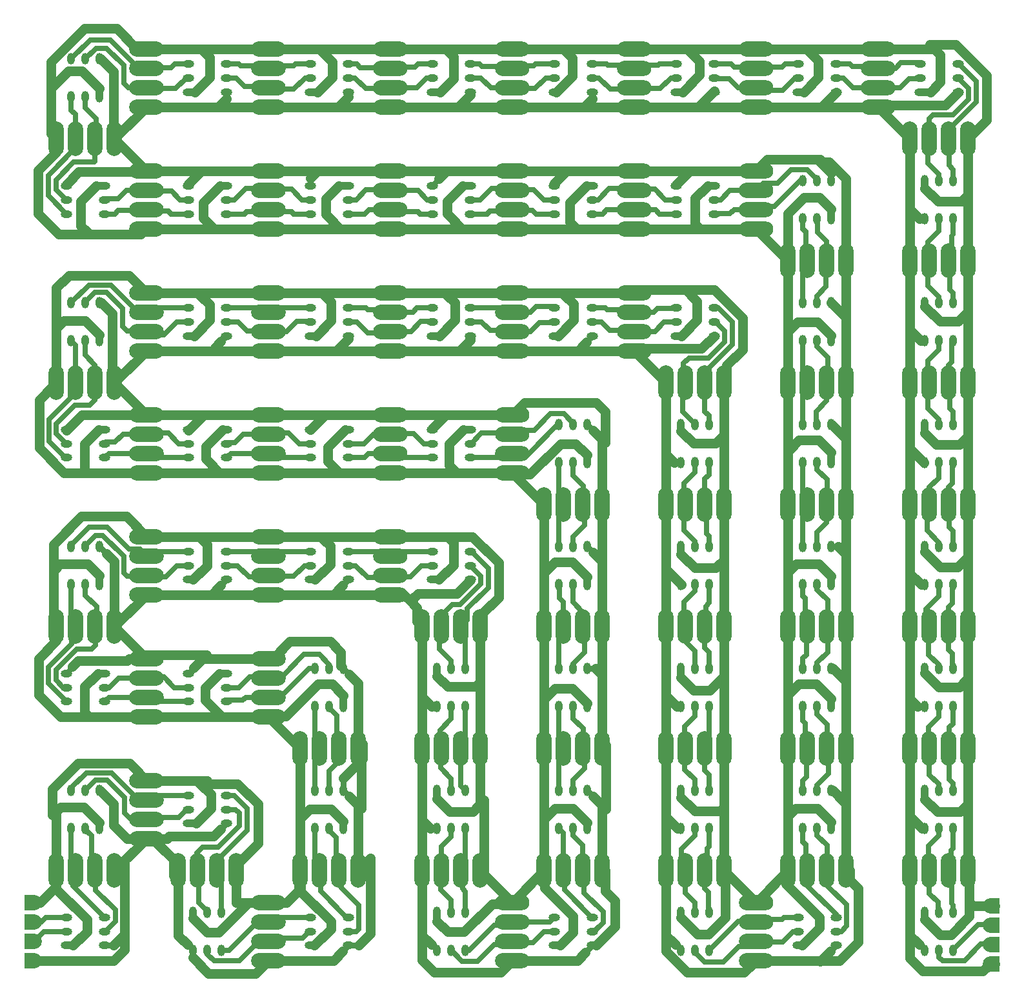
<source format=gtl>
G04 DipTrace 2.4.0.2*
%IN64xAPA102Cx16mm.gtl*%
%MOMM*%
%ADD13C,1.27*%
%ADD14C,1.0*%
%ADD15C,1.25*%
%ADD16C,0.711*%
%ADD17C,0.8*%
%ADD20O,1.5X1.0*%
%ADD22O,1.0X1.5*%
%ADD23O,2.0X4.5*%
%ADD24C,2.0*%
%ADD25O,4.5X2.0*%
%ADD26R,1.25X2.0*%
%FSLAX53Y53*%
G04*
G71*
G90*
G75*
G01*
%LNTop*%
%LPD*%
X14190Y26000D2*
D13*
Y33773D1*
X13669Y33253D1*
Y36647D1*
X17040Y40017D1*
X23793D1*
X26000Y37810D1*
X37810Y26000D2*
Y26711D1*
X40681Y29582D1*
Y34686D1*
X37979Y37388D1*
X33987D1*
Y37810D1*
X32656D1*
X26000D1*
X37810Y26000D2*
Y21810D1*
X39416D1*
X42000D1*
X44403D1*
X45972Y23379D1*
Y26000D1*
X46190D1*
Y32806D1*
Y42000D1*
X42000Y46190D2*
X46190Y42000D1*
X26000Y46190D2*
X35920D1*
X42000D1*
X14190Y58000D2*
Y56106D1*
X11900Y53817D1*
Y49016D1*
X14779Y46138D1*
X18501D1*
X26000D1*
Y46190D1*
X14190Y58000D2*
X13788Y57598D1*
Y65281D1*
Y68760D1*
X17483Y72455D1*
X23355D1*
X26000Y69810D1*
X32955D1*
X42000D1*
X58000D2*
X48897D1*
X42000D1*
X58000D2*
X65540D1*
X68780D1*
X72225Y66365D1*
Y61860D1*
X70150Y59784D1*
Y58000D1*
X69810D1*
Y50701D1*
Y42000D1*
Y34691D1*
X70328Y35209D1*
Y25482D1*
X69810Y26000D1*
X74000Y21810D2*
X69810Y26000D1*
X74000Y21810D2*
X78190Y26000D1*
Y42000D2*
Y32721D1*
Y26000D1*
Y42000D2*
Y48412D1*
Y58000D1*
Y65070D1*
Y74000D1*
X74000Y78190D1*
X66731D1*
X58000D1*
X51303D1*
X42000D1*
X35614D1*
X26000D1*
X18080D1*
X15208D1*
X11954Y81444D1*
Y87764D1*
X14190Y90000D1*
Y97138D1*
Y102450D1*
X15847Y104108D1*
X23702D1*
X26000Y101810D1*
X32748D1*
X42000D1*
X49034D1*
X58000D1*
X65170D1*
X74000D1*
X80570D1*
X90000D1*
Y102166D1*
X96795D1*
X100532D1*
X104236Y98462D1*
Y94357D1*
X102168Y92288D1*
Y90000D1*
X101810D1*
Y83174D1*
Y74000D1*
Y66757D1*
Y58000D1*
Y51467D1*
Y42000D1*
Y34272D1*
Y26000D1*
X106000Y21810D1*
X110190Y26000D1*
Y33137D1*
Y42000D1*
Y49023D1*
Y58000D1*
X133810Y26000D2*
Y34714D1*
Y42000D1*
Y51215D1*
Y58000D1*
X110190D2*
Y65134D1*
Y74000D1*
Y80978D1*
Y90000D1*
Y96706D1*
Y106000D1*
X133810Y58000D2*
Y67118D1*
Y74000D1*
Y82948D1*
Y90000D1*
Y99309D1*
Y106000D1*
Y114670D1*
Y122000D1*
X110190Y106000D2*
X106000Y110190D1*
X122000Y133810D2*
X129381D1*
X128826Y134365D1*
X132185D1*
X136248Y130302D1*
Y124438D1*
X133810Y122000D1*
X122000Y133810D2*
X112603D1*
X106000D1*
X96988D1*
X90000D1*
X80694D1*
X74000D1*
X65285D1*
X58000D1*
Y110190D2*
X67458D1*
X74000D1*
X82482D1*
X90000D1*
X98636D1*
X106000D1*
X58000D2*
X51449D1*
X42000D1*
X34924D1*
X26000D1*
X58000Y133810D2*
X48702D1*
X42000D1*
X33207D1*
X26000D1*
X24768D1*
X22098Y136480D1*
X17887D1*
X13480Y132073D1*
Y128590D1*
Y122710D1*
X14190Y122000D1*
Y120275D1*
X11765Y117850D1*
Y112215D1*
X14521Y109459D1*
X18564D1*
X25269D1*
X26000Y110190D1*
X27250Y69810D2*
X26000D1*
X15500Y16150D2*
D14*
X16398D1*
D13*
X18192Y17944D1*
Y19555D1*
X14190Y23557D1*
Y23918D1*
Y26000D1*
X19850Y31500D2*
D14*
Y32246D1*
D13*
X17788Y34308D1*
X14725D1*
X14190Y33773D1*
X31500Y32150D2*
D14*
X32507D1*
D13*
X34459Y34102D1*
Y36007D1*
X32656Y37810D1*
X32150Y20500D2*
D14*
Y19742D1*
D13*
X34014Y17877D1*
X35483D1*
X39416Y21810D1*
X47500Y16150D2*
D14*
X48018D1*
D13*
X50200Y18332D1*
Y19332D1*
X46290Y23242D1*
Y25900D1*
X46190Y26000D1*
X51850Y31500D2*
D14*
Y32408D1*
D13*
X50236Y34023D1*
X47407D1*
X46190Y32806D1*
X51850Y47500D2*
D14*
Y48991D1*
D13*
X50400Y50442D1*
X48543D1*
X44310Y46208D1*
X42018D1*
X36500Y51850D2*
D14*
X35626D1*
D13*
X33758Y49982D1*
Y48352D1*
X35920Y46190D1*
X20500Y51850D2*
D14*
X19629D1*
D13*
X17884Y50106D1*
Y46754D1*
X18501Y46138D1*
X19850Y63500D2*
D14*
Y64708D1*
D13*
X18355Y66203D1*
X14709D1*
X13788Y65281D1*
X31500Y64150D2*
D14*
X32153D1*
D13*
X33987Y65985D1*
Y68778D1*
X32955Y69810D1*
X47500Y64150D2*
D14*
X48108D1*
D13*
X50118Y66160D1*
Y68589D1*
X48897Y69810D1*
X63500Y64150D2*
D14*
X64366D1*
D13*
X66308Y66092D1*
Y69042D1*
X65540Y69810D1*
X64150Y52500D2*
D14*
Y51518D1*
D13*
X65563Y50105D1*
X69214D1*
X69810Y50701D1*
X64150Y36500D2*
D14*
Y35418D1*
D13*
X65852Y33716D1*
X68834D1*
X69810Y34691D1*
X64150Y20500D2*
D14*
Y19350D1*
D13*
X65561Y17939D1*
X67715D1*
X71382Y21607D1*
X73797D1*
X74000Y21810D1*
X79500Y16150D2*
D14*
X80293D1*
D13*
X82021Y17878D1*
Y19964D1*
X78257Y23728D1*
Y25933D1*
X78190Y26000D1*
X83850Y31500D2*
D14*
Y32275D1*
D13*
X81970Y34155D1*
X79624D1*
X78190Y32721D1*
X83850Y47500D2*
D14*
Y47949D1*
D13*
X81926Y49873D1*
X79651D1*
X78190Y48412D1*
X83850Y63500D2*
D14*
Y64526D1*
D13*
X81926Y66451D1*
X79571D1*
X78190Y65070D1*
X83850Y79500D2*
D14*
Y80494D1*
D13*
X82343Y82001D1*
X80388D1*
X76340Y77953D1*
X74237D1*
X74000Y78190D1*
X68500Y83850D2*
D14*
X67582D1*
D13*
X65733Y82001D1*
Y79188D1*
X66731Y78190D1*
X52500Y83850D2*
D14*
X52126D1*
D13*
X49807Y81531D1*
Y79687D1*
X51303Y78190D1*
X36500Y83850D2*
D14*
X35998D1*
D13*
X33813Y81665D1*
Y79990D1*
X35614Y78190D1*
X20500Y83850D2*
D14*
X19756D1*
D13*
X17853Y81947D1*
Y78416D1*
X18080Y78190D1*
X19850Y95500D2*
D14*
Y96276D1*
D13*
X17959Y98167D1*
X15219D1*
X14190Y97138D1*
X31500Y96150D2*
D14*
X32268D1*
D13*
X34340Y98222D1*
Y100219D1*
X32748Y101810D1*
X47500Y96150D2*
D14*
X48246D1*
D13*
X50223Y98127D1*
Y100621D1*
X49034Y101810D1*
X63500Y96150D2*
D14*
X64428D1*
D13*
X66470Y98193D1*
Y100510D1*
X65170Y101810D1*
X79500Y96150D2*
D14*
X80030D1*
D13*
X82072Y98193D1*
Y100308D1*
X80570Y101810D1*
X95500Y96150D2*
D14*
X96235D1*
D13*
X98278Y98193D1*
Y100684D1*
X96795Y102166D1*
X96150Y84500D2*
D14*
Y83698D1*
D13*
X97829Y82019D1*
X100655D1*
X101810Y83174D1*
X96150Y68500D2*
D14*
Y67482D1*
D13*
X97957Y65675D1*
X100728D1*
X101810Y66757D1*
X96150Y52500D2*
D14*
Y51283D1*
D13*
X97836Y49597D1*
X99940D1*
X101810Y51467D1*
X96150Y36500D2*
D14*
Y35612D1*
D13*
X97953Y33809D1*
X101347D1*
X101810Y34272D1*
X96150Y20500D2*
D14*
Y19856D1*
D13*
X98364Y17642D1*
X99734D1*
X101926Y19834D1*
Y25884D1*
X101810Y26000D1*
X111500Y16150D2*
D14*
X112011D1*
D13*
X114325Y18464D1*
Y19834D1*
X109941Y24218D1*
Y26000D1*
X110190D1*
X115850Y31500D2*
D14*
Y32352D1*
D13*
X114051Y34151D1*
X111204D1*
X110190Y33137D1*
X115850Y47500D2*
D14*
Y48519D1*
D13*
X113914Y50455D1*
X111622D1*
X110190Y49023D1*
X128150Y36500D2*
D14*
Y35328D1*
D13*
X129807Y33672D1*
X132768D1*
X133810Y34714D1*
X128150Y20500D2*
D14*
Y19573D1*
D13*
X130149Y17574D1*
X131588D1*
X133985Y19971D1*
Y21896D1*
Y25825D1*
X133810Y26000D1*
X128150Y52500D2*
D14*
Y51894D1*
D13*
X129980Y50064D1*
X132659D1*
X133810Y51215D1*
X128150Y68500D2*
D14*
Y67792D1*
D13*
X130171Y65771D1*
X132464D1*
X133810Y67118D1*
X128150Y84500D2*
D14*
Y83372D1*
D13*
X129660Y81862D1*
X132724D1*
X133810Y82948D1*
X115850Y79500D2*
D14*
Y80859D1*
D13*
X114272Y82436D1*
X111648D1*
X110190Y80978D1*
X115850Y63500D2*
D14*
Y64577D1*
D13*
X114209Y66218D1*
X111274D1*
X110190Y65134D1*
X128150Y100500D2*
D14*
Y100036D1*
D13*
X130172Y98014D1*
X132514D1*
X133810Y99309D1*
X128150Y116500D2*
D14*
Y115526D1*
D13*
X129868Y113808D1*
X132948D1*
X133810Y114670D1*
X127500Y128150D2*
D14*
X128872D1*
D13*
X130172Y129450D1*
Y133019D1*
X129381Y133810D1*
X115850Y111500D2*
D14*
Y112758D1*
D13*
X114286Y114322D1*
X112333D1*
X110218Y112207D1*
Y106028D1*
X110190Y106000D1*
X115850Y95500D2*
D14*
Y96208D1*
D13*
X114113Y97945D1*
X111429D1*
X110190Y96706D1*
X100500Y115850D2*
D14*
X99637D1*
D13*
X98020Y114232D1*
Y110807D1*
X98636Y110190D1*
X111500Y128150D2*
D14*
X112312D1*
D13*
X114183Y130021D1*
Y132231D1*
X112603Y133810D1*
X95500Y128150D2*
D14*
X96386D1*
D13*
X98617Y130381D1*
Y132181D1*
X96988Y133810D1*
X84500Y115850D2*
D14*
X83755D1*
D13*
X81544Y113640D1*
Y111128D1*
X82482Y110190D1*
X68500Y115850D2*
D14*
X67511D1*
D13*
X65466Y113805D1*
Y112181D1*
X67458Y110190D1*
X79500Y128150D2*
D14*
X79811D1*
D13*
X81876Y130215D1*
Y132628D1*
X80694Y133810D1*
X63500Y128150D2*
D14*
X64562D1*
D13*
X66295Y129883D1*
Y132800D1*
X65285Y133810D1*
X47500Y128150D2*
D14*
X48484D1*
D13*
X50383Y130049D1*
Y132129D1*
X48702Y133810D1*
X31500Y128150D2*
D14*
X32406D1*
D13*
X34305Y130049D1*
Y132712D1*
X33207Y133810D1*
X19850Y127500D2*
D14*
Y128592D1*
D13*
X17564Y130878D1*
X15768D1*
X13480Y128590D1*
X20500Y115850D2*
D14*
X19443D1*
D13*
X17398Y113805D1*
Y110624D1*
X18564Y109459D1*
X36500Y115850D2*
D14*
X35687D1*
D13*
X33476Y113640D1*
Y111638D1*
X34924Y110190D1*
X52500Y115850D2*
D14*
X51267D1*
D13*
X49554Y114137D1*
Y112084D1*
X51449Y110190D1*
X11250Y21810D2*
X12082D1*
X14190Y23918D1*
X11250Y21810D2*
D15*
X10625D1*
X136727Y21385D2*
D13*
X134496D1*
X133985Y21896D1*
X136727Y21385D2*
D15*
X137352D1*
X20500Y19850D2*
D16*
X16400Y23950D1*
Y26000D1*
X16730D1*
X16150Y31500D2*
Y26580D1*
X16730Y26000D1*
X20500Y18000D2*
X20622D1*
X21914Y19292D1*
Y20801D1*
X19346Y23369D1*
Y26076D1*
X19270Y26000D1*
X18000Y31500D2*
Y31377D1*
X18838Y30539D1*
Y26432D1*
X19270Y26000D1*
X137352Y18845D2*
X136727D1*
X131850Y15500D2*
Y15574D1*
X135126Y18850D1*
X136722D1*
X136727Y18845D1*
X137352Y16305D2*
X136727D1*
X130000Y15500D2*
Y14615D1*
X130479Y14136D1*
X133341D1*
X135530Y16324D1*
X136708D1*
X136727Y16305D1*
X16150Y36500D2*
Y36830D1*
X18104Y38784D1*
X21452D1*
X24970Y35267D1*
Y35856D1*
X27182D1*
X27768Y35270D1*
X26000D1*
X31500Y35850D2*
X26580D1*
X26000Y35270D1*
X18000Y36500D2*
X19334Y37834D1*
X20861D1*
X23138Y35557D1*
Y33577D1*
X23985Y32730D1*
X26000D1*
X31500Y34000D2*
X31294D1*
X30264Y32970D1*
X26240D1*
X26000Y32730D1*
X36500Y35850D2*
X37550D1*
X39258Y34142D1*
Y31259D1*
X35326Y27326D1*
Y25944D1*
X35270Y26000D1*
X35850Y20500D2*
Y25420D1*
X35270Y26000D1*
X36500Y34000D2*
X37727D1*
X38171Y33556D1*
Y31859D1*
X35377Y29066D1*
X33418D1*
X32649Y28296D1*
Y25919D1*
X32730Y26000D1*
X34000Y20500D2*
Y20655D1*
X32911Y21744D1*
Y25819D1*
X32730Y26000D1*
X35850Y15500D2*
X36834D1*
X40645Y19310D1*
X42040D1*
X42000Y19270D1*
X47500Y19850D2*
X42580D1*
X42000Y19270D1*
X34000Y15500D2*
Y15002D1*
X34877Y14124D1*
X38197D1*
X40513Y16441D1*
X41711D1*
X42000Y16730D1*
X47500Y18000D2*
X47330D1*
X46481Y17151D1*
X42421D1*
X42000Y16730D1*
X52500Y19850D2*
X52301D1*
X48875Y23276D1*
Y25855D1*
X48730Y26000D1*
X48150Y31500D2*
Y26580D1*
X48730Y26000D1*
X52500Y18000D2*
X53566D1*
X53887Y18320D1*
Y21390D1*
X51548Y23729D1*
Y25722D1*
X51270Y26000D1*
X50000Y31500D2*
Y31260D1*
X50929Y30331D1*
Y26341D1*
X51270Y26000D1*
X48150Y36500D2*
Y41420D1*
X48730Y42000D1*
X48150Y47500D2*
Y42580D1*
X48730Y42000D1*
X50000Y36500D2*
Y39076D1*
X51409Y40485D1*
Y42139D1*
X51270Y42000D1*
X50000Y47500D2*
Y47324D1*
X51005Y46319D1*
Y42265D1*
X51270Y42000D1*
X48150Y52500D2*
X47349D1*
X43661Y48812D1*
X42082D1*
X42000Y48730D1*
X39048D1*
X38665Y48347D1*
X36697D1*
X36500Y48150D1*
X50000Y52500D2*
Y53051D1*
X48714Y54337D1*
X46682D1*
X43785Y51439D1*
X41831D1*
X42000Y51270D1*
X36500Y50000D2*
X38142D1*
X39543Y51401D1*
X42131D1*
X42000Y51270D1*
X15500Y48150D2*
Y48174D1*
X13148Y50525D1*
Y52678D1*
X16161Y55690D1*
Y57431D1*
X16730Y58000D1*
X16150Y63500D2*
Y58580D1*
X16730Y58000D1*
X15500Y50000D2*
X15119D1*
X14140Y50978D1*
Y52338D1*
X16845Y55043D1*
X18823D1*
X19317Y55538D1*
Y58047D1*
X19270Y58000D1*
X18000Y63500D2*
Y62088D1*
X19484Y60604D1*
Y57786D1*
X19270Y58000D1*
X31500Y112150D2*
X29263D1*
X28892Y112521D1*
X25791D1*
X26000Y112730D1*
X20500Y112150D2*
X21835D1*
X22288Y112603D1*
X26127D1*
X26000Y112730D1*
X31500Y114000D2*
X30429D1*
X29299Y115130D1*
X26140D1*
X26000Y115270D1*
X23406D1*
X22288Y114152D1*
X20652D1*
X20500Y114000D1*
X16150Y68500D2*
X15963D1*
X18501Y71038D1*
X20815D1*
X23719Y68133D1*
X25137D1*
X26000Y67270D1*
X31500Y67850D2*
X26580D1*
X26000Y67270D1*
X27250D2*
X26000D1*
X18000Y68500D2*
X17854D1*
X19337Y69983D1*
X20258D1*
X23028Y67213D1*
Y65050D1*
X23443Y64636D1*
X26094D1*
X26000Y64730D1*
X31500Y66000D2*
X30007D1*
X28551Y64544D1*
X25814D1*
X26000Y64730D1*
X27250D2*
X26000D1*
X24750D2*
X26000D1*
X36500Y67850D2*
X41420D1*
X42000Y67270D1*
X47500Y67850D2*
X42580D1*
X42000Y67270D1*
X36500Y66000D2*
X37994D1*
X39455Y64539D1*
X42191D1*
X42000Y64730D1*
X47500Y66000D2*
X46735D1*
X45335Y64600D1*
X41870D1*
X42000Y64730D1*
X52500Y67850D2*
X57420D1*
X58000Y67270D1*
X63500Y67850D2*
X58580D1*
X58000Y67270D1*
X52500Y66000D2*
X53491D1*
X55074Y64417D1*
X57687D1*
X58000Y64730D1*
X63500Y66000D2*
X62090D1*
X60633Y64543D1*
X57813D1*
X58000Y64730D1*
X68500Y67850D2*
X68665D1*
X70858Y65656D1*
Y63125D1*
X68125Y60392D1*
Y58855D1*
X67270Y58000D1*
X67850Y52500D2*
Y57420D1*
X67270Y58000D1*
X64730D2*
Y59477D1*
X66151Y60898D1*
X67163D1*
X69846Y63581D1*
Y64654D1*
X68500Y66000D1*
X66000Y52500D2*
Y53512D1*
X64452Y55060D1*
Y57722D1*
X64730Y58000D1*
X67850Y47500D2*
Y42580D1*
X67270Y42000D1*
Y37080D1*
X67850Y36500D1*
X66000Y47500D2*
Y45895D1*
X64519Y44415D1*
Y41789D1*
X64730Y42000D1*
X66000Y36500D2*
Y38061D1*
X64597Y39464D1*
Y42133D1*
X64730Y42000D1*
X67850Y31500D2*
Y26580D1*
X67270Y26000D1*
X67850Y20500D2*
Y23218D1*
X67471Y23597D1*
Y26201D1*
X67270Y26000D1*
X64730D2*
Y29105D1*
X66024Y30399D1*
Y31476D1*
X66000Y31500D1*
Y20500D2*
Y22081D1*
X64585Y23496D1*
Y26145D1*
X64730Y26000D1*
X84500Y19850D2*
X84447D1*
X80856Y23441D1*
Y25874D1*
X80730Y26000D1*
Y30920D1*
X80150Y31500D1*
X84500Y18000D2*
Y17754D1*
X85923Y19178D1*
Y20546D1*
X83418Y23051D1*
Y26148D1*
X83270Y26000D1*
Y29277D1*
X81962Y30585D1*
Y31463D1*
X82000Y31500D1*
X80150Y36500D2*
Y41420D1*
X80730Y42000D1*
X80150Y47500D2*
Y42580D1*
X80730Y42000D1*
X82000Y36500D2*
Y37831D1*
X83512Y39344D1*
Y41758D1*
X83270Y42000D1*
X82000Y47500D2*
Y45936D1*
X83327Y44610D1*
Y41943D1*
X83270Y42000D1*
X80150Y52500D2*
Y57420D1*
X80730Y58000D1*
Y61212D1*
X80230Y61712D1*
Y63420D1*
X80150Y63500D1*
X82000Y52500D2*
Y53138D1*
X83494Y54632D1*
Y58224D1*
X83270Y58000D1*
Y59887D1*
X81951Y61206D1*
Y63451D1*
X82000Y63500D1*
X80150Y68500D2*
Y73420D1*
X80730Y74000D1*
X80150Y79500D2*
Y74580D1*
X80730Y74000D1*
X82000Y68500D2*
Y69759D1*
X83520Y71279D1*
Y73750D1*
X83270Y74000D1*
X82000Y79500D2*
Y77815D1*
X83312Y76503D1*
Y73958D1*
X83270Y74000D1*
X80150Y84500D2*
Y84647D1*
X75871Y80369D1*
X74361D1*
X74000Y80730D1*
X68500Y80150D2*
X73420D1*
X74000Y80730D1*
X82000Y84500D2*
Y84718D1*
X80781Y85937D1*
X79032D1*
X76870Y83774D1*
X74504D1*
X74000Y83270D1*
X68500Y82000D2*
X68581D1*
X69991Y83411D1*
X74141D1*
X74000Y83270D1*
X63500Y80150D2*
X58580D1*
X58000Y80730D1*
X55183D1*
X54618Y80165D1*
X52515D1*
X52500Y80150D1*
X63500Y82000D2*
X62398D1*
X61049Y83350D1*
X57920D1*
X58000Y83270D1*
X55824D1*
X54556Y82002D1*
X52502D1*
X52500Y82000D1*
X47500Y80150D2*
X42580D1*
X42000Y80730D1*
X37080D1*
X36500Y80150D1*
X47500Y82000D2*
X46068D1*
X44658Y83411D1*
X41859D1*
X42000Y83270D1*
X38742D1*
X37631Y82159D1*
X36659D1*
X36500Y82000D1*
X15500Y80150D2*
Y80054D1*
X13236Y82319D1*
Y85191D1*
X16044Y88000D1*
Y89314D1*
X16730Y90000D1*
Y94920D1*
X16150Y95500D1*
X19270Y90000D2*
Y87722D1*
X18606Y87058D1*
X16628D1*
X14180Y84610D1*
Y83320D1*
X15500Y82000D1*
X19270Y90000D2*
Y92295D1*
X17947Y93618D1*
Y95447D1*
X18000Y95500D1*
X26000Y99270D2*
X24950D1*
X21403Y102816D1*
X18466D1*
X16150Y100500D1*
X31500Y99850D2*
X26580D1*
X26000Y99270D1*
X18000Y100500D2*
Y100601D1*
X19225Y101826D1*
X20750D1*
X22849Y99727D1*
Y97365D1*
X23455Y96758D1*
X25972D1*
X26000Y96730D1*
X31500Y98000D2*
X29962D1*
X28272Y96310D1*
X26420D1*
X26000Y96730D1*
X36500Y99850D2*
X41420D1*
X42000Y99270D1*
X47500Y99850D2*
X42580D1*
X42000Y99270D1*
X36500Y98000D2*
X38003D1*
X39233Y96771D1*
X41959D1*
X42000Y96730D1*
X44389D1*
X45727Y98068D1*
X47432D1*
X47500Y98000D1*
X52500Y99850D2*
X54821D1*
X55098Y99574D1*
X57696D1*
X58000Y99270D1*
X60975D1*
X61530Y99825D1*
X63475D1*
X63500Y99850D1*
X52500Y98000D2*
X53618D1*
X55056Y96561D1*
X58169D1*
X58000Y96730D1*
X60736D1*
X62032Y98026D1*
X63474D1*
X63500Y98000D1*
X68500Y99850D2*
X73420D1*
X74000Y99270D1*
X76418D1*
X77118Y99971D1*
X79379D1*
X79500Y99850D1*
X68500Y98000D2*
X69964D1*
X71110Y96854D1*
X73876D1*
X74000Y96730D1*
X76409D1*
X77579Y97900D1*
X79400D1*
X79500Y98000D1*
X84500Y99850D2*
X86259D1*
X86506Y99602D1*
X89668D1*
X90000Y99270D1*
X92570D1*
X93041Y99740D1*
X95390D1*
X95500Y99850D1*
X84500Y98000D2*
X85670D1*
X86782Y96887D1*
X89843D1*
X90000Y96730D1*
X92699D1*
X93915Y97946D1*
X95446D1*
X95500Y98000D1*
X100500Y99850D2*
X101031D1*
X102894Y97986D1*
Y95006D1*
X99429Y91541D1*
Y90159D1*
X99270Y90000D1*
X99850Y84500D2*
Y85657D1*
X99298Y86209D1*
Y90028D1*
X99270Y90000D1*
X100500Y98000D2*
Y98137D1*
X101855Y96781D1*
Y95348D1*
X99759Y93252D1*
X97228D1*
X96492Y92516D1*
Y90238D1*
X96730Y90000D1*
X98000Y84500D2*
Y84568D1*
X96393Y86175D1*
Y89663D1*
X96730Y90000D1*
X99850Y63500D2*
Y61102D1*
X99406Y60657D1*
Y57864D1*
X99270Y58000D1*
Y55239D1*
X99859Y54650D1*
Y52509D1*
X99850Y52500D1*
X98000Y63500D2*
Y62682D1*
X96519Y61201D1*
Y57789D1*
X96730Y58000D1*
Y56075D1*
X98006Y54798D1*
Y52506D1*
X98000Y52500D1*
X99850Y47500D2*
Y42580D1*
X99270Y42000D1*
Y39157D1*
X99859Y38568D1*
Y36509D1*
X99850Y36500D1*
X98000Y47500D2*
Y46269D1*
X96598Y44867D1*
Y41868D1*
X96730Y42000D1*
X98000Y36500D2*
Y37907D1*
X96672Y39235D1*
Y42058D1*
X96730Y42000D1*
X99850Y31500D2*
Y29146D1*
X99563Y28859D1*
Y26293D1*
X99270Y26000D1*
Y23634D1*
X99737Y23166D1*
Y20613D1*
X99850Y20500D1*
X98000Y31500D2*
Y30557D1*
X96228Y28785D1*
Y26502D1*
X96730Y26000D1*
X98000Y20500D2*
Y21730D1*
X96675Y23055D1*
Y26055D1*
X96730Y26000D1*
X99850Y15500D2*
Y15539D1*
X103635Y19324D1*
X106054D1*
X106000Y19270D1*
X111500Y19850D2*
X109706D1*
X109443Y19587D1*
X106317D1*
X106000Y19270D1*
X98000Y15500D2*
Y15266D1*
X99254Y14011D1*
X101719D1*
X103746Y16039D1*
X105309D1*
X106000Y16730D1*
X111500Y18000D2*
X110893D1*
X109494Y16600D1*
X105870D1*
X106000Y16730D1*
X116500Y19850D2*
Y20227D1*
X112730Y23997D1*
Y26000D1*
X112150Y31500D2*
Y29741D1*
X112535Y29356D1*
Y25805D1*
X112730Y26000D1*
X116500Y18000D2*
X117167D1*
X117887Y18721D1*
Y21475D1*
X115269Y24093D1*
Y26001D1*
X115270Y26000D1*
X114000Y31500D2*
Y30582D1*
X115307Y29275D1*
Y25963D1*
X115270Y26000D1*
X112150Y47500D2*
Y45639D1*
X112454Y45335D1*
Y42276D1*
X112730Y42000D1*
X112150Y36500D2*
Y37776D1*
X112617Y38243D1*
Y42113D1*
X112730Y42000D1*
X114000Y47500D2*
Y46479D1*
X115307Y45172D1*
Y41963D1*
X115270Y42000D1*
X114000Y36500D2*
Y37180D1*
X115552Y38732D1*
Y41718D1*
X115270Y42000D1*
X112150Y52500D2*
Y53836D1*
X112617Y54303D1*
Y58113D1*
X112730Y58000D1*
X112150Y63500D2*
Y62025D1*
X112454Y61722D1*
Y58276D1*
X112730Y58000D1*
X114000Y52500D2*
Y53240D1*
X115388Y54629D1*
Y58118D1*
X115270Y58000D1*
X114000Y63500D2*
Y62865D1*
X115388Y61477D1*
Y57882D1*
X115270Y58000D1*
X112150Y95500D2*
Y90580D1*
X112730Y90000D1*
X112150Y84500D2*
Y89420D1*
X112730Y90000D1*
X114000Y95500D2*
Y94712D1*
X115434Y93278D1*
Y89836D1*
X115270Y90000D1*
Y87624D1*
X113882Y86236D1*
Y84618D1*
X114000Y84500D1*
X112150Y100500D2*
Y105420D1*
X112730Y106000D1*
X112150Y111500D2*
Y110194D1*
X112548Y109797D1*
Y105818D1*
X112730Y106000D1*
X114000Y100500D2*
Y101393D1*
X115195Y102588D1*
Y105925D1*
X115270Y106000D1*
Y108542D1*
X114097Y109715D1*
Y111403D1*
X114000Y111500D1*
X112150Y116500D2*
X111792D1*
X108397Y113105D1*
X106375D1*
X106000Y112730D1*
X103128D1*
X102558Y112160D1*
X100510D1*
X100500Y112150D1*
X114000Y116500D2*
X114181D1*
X112734Y117947D1*
X110607D1*
X108853Y116193D1*
X106923D1*
X106000Y115270D1*
X100500Y114000D2*
X101349D1*
X102558Y115209D1*
X105939D1*
X106000Y115270D1*
X84500Y112150D2*
X85857D1*
X86392Y112684D1*
X90046D1*
X90000Y112730D1*
X95500Y112150D2*
X93367D1*
X92832Y112684D1*
X89954D1*
X90000Y112730D1*
X95500Y114000D2*
X94125D1*
X92751Y115375D1*
X89895D1*
X90000Y115270D1*
X84500Y114000D2*
X85262D1*
X86718Y115456D1*
X90186D1*
X90000Y115270D1*
X79500Y112150D2*
X77143D1*
X76690Y112603D1*
X73873D1*
X74000Y112730D1*
X68500Y112150D2*
X70694D1*
X71065Y112521D1*
X74209D1*
X74000Y112730D1*
X79500Y114000D2*
X78147D1*
X76853Y115293D1*
X73977D1*
X74000Y115270D1*
X68500Y114000D2*
X69772D1*
X71310Y115538D1*
X73732D1*
X74000Y115270D1*
X63500Y112150D2*
X61954D1*
X61664Y112440D1*
X58290D1*
X58000Y112730D1*
X55270D1*
X54653Y112114D1*
X52536D1*
X52500Y112150D1*
X63500Y114000D2*
X62876D1*
X61664Y115212D1*
X58058D1*
X58000Y115270D1*
X52500Y114000D2*
X53523D1*
X54816Y115293D1*
X58023D1*
X58000Y115270D1*
X47500Y112150D2*
X45323D1*
X45033Y112440D1*
X42290D1*
X42000Y112730D1*
X36500Y112150D2*
X38874D1*
X39164Y112440D1*
X41710D1*
X42000Y112730D1*
X47500Y114000D2*
X46408D1*
X45033Y115375D1*
X41895D1*
X42000Y115270D1*
X36500Y114000D2*
X37544D1*
X39082Y115538D1*
X41732D1*
X42000Y115270D1*
X16150Y127500D2*
Y125776D1*
X16665Y125261D1*
Y121935D1*
X16730Y122000D1*
Y120794D1*
X13113Y117176D1*
Y114537D1*
X15500Y112150D1*
X18000Y127500D2*
Y126070D1*
X19421Y124649D1*
Y121849D1*
X19270Y122000D1*
Y119046D1*
X19176Y118952D1*
X16481D1*
X14154Y116625D1*
Y115346D1*
X15500Y114000D1*
X31500Y131850D2*
X29714D1*
X29218Y131353D1*
X25917D1*
X26000Y131270D1*
X24976D1*
X21236Y135010D1*
X18660D1*
X16150Y132500D1*
X31500Y130000D2*
X31288D1*
X29870Y128582D1*
X25852D1*
X26000Y128730D1*
X23609D1*
X23035Y129304D1*
Y131683D1*
X20810Y133908D1*
X19408D1*
X18000Y132500D1*
X47500Y131850D2*
X45611D1*
X45360Y131598D1*
X42328D1*
X42000Y131270D1*
X36500Y131850D2*
X38096D1*
X38348Y131598D1*
X41672D1*
X42000Y131270D1*
X47500Y130000D2*
X46859D1*
X45360Y128500D1*
X41770D1*
X42000Y128730D1*
X36500Y130000D2*
X37827D1*
X38919Y128908D1*
X41822D1*
X42000Y128730D1*
X63500Y131850D2*
X61625D1*
X61210Y131435D1*
X57835D1*
X58000Y131270D1*
X52500Y131850D2*
X53586D1*
X54083Y131353D1*
X58083D1*
X58000Y131270D1*
X63500Y130000D2*
X62791D1*
X61536Y128745D1*
X58015D1*
X58000Y128730D1*
X52500Y130000D2*
X53398D1*
X54816Y128582D1*
X58148D1*
X58000Y128730D1*
X79500Y131850D2*
X77033D1*
X76781Y131598D1*
X74328D1*
X74000Y131270D1*
X68500Y131850D2*
X69681D1*
X70015Y131517D1*
X73753D1*
X74000Y131270D1*
X79500Y130000D2*
X78444D1*
X77026Y128582D1*
X73852D1*
X74000Y128730D1*
X68500Y130000D2*
X69901D1*
X71237Y128663D1*
X74067D1*
X74000Y128730D1*
X95500Y131850D2*
X93338D1*
X93168Y131680D1*
X90410D1*
X90000Y131270D1*
X84500Y131850D2*
X86394D1*
X86564Y131680D1*
X89590D1*
X90000Y131270D1*
X95500Y130000D2*
X94830D1*
X93412Y128582D1*
X89852D1*
X90000Y128730D1*
X84500Y130000D2*
X85390D1*
X86890Y128500D1*
X90230D1*
X90000Y128730D1*
X111500Y131850D2*
X109806D1*
X109391Y131435D1*
X105835D1*
X106000Y131270D1*
X100500Y131850D2*
X102698D1*
X103113Y131435D1*
X106165D1*
X106000Y131270D1*
X111500Y130000D2*
X111135D1*
X109472Y128337D1*
X106393D1*
X106000Y128730D1*
X103617D1*
X102461Y129886D1*
X100614D1*
X100500Y130000D1*
X131850Y116500D2*
Y117980D1*
X131309Y118521D1*
Y122039D1*
X131270Y122000D1*
X132500Y131850D2*
X132583D1*
X134893Y129541D1*
Y126807D1*
X131270Y123185D1*
Y122000D1*
X130000Y116500D2*
Y117323D1*
X128563Y118760D1*
Y122167D1*
X128730Y122000D1*
X132500Y130000D2*
X133893Y128607D1*
Y127188D1*
X131864Y125160D1*
X129241D1*
X128689Y124608D1*
Y121959D1*
X128730Y122000D1*
X122000Y131270D2*
X124307D1*
X125008Y131971D1*
X127379D1*
X127500Y131850D1*
X116500D2*
X118270D1*
X118603Y131517D1*
X121753D1*
X122000Y131270D1*
Y128730D2*
X124896D1*
X126066Y129900D1*
X127400D1*
X127500Y130000D1*
X116500D2*
X117429D1*
X118766Y128663D1*
X122067D1*
X122000Y128730D1*
X131850Y100500D2*
Y101808D1*
X131428Y102230D1*
Y106158D1*
X131270Y106000D1*
X131850Y111500D2*
Y109456D1*
X131667Y109272D1*
Y106397D1*
X131270Y106000D1*
X130000Y100500D2*
Y101271D1*
X128563Y102707D1*
Y106167D1*
X128730Y106000D1*
X130000Y111500D2*
Y109873D1*
X128563Y108437D1*
Y105833D1*
X128730Y106000D1*
X131850Y84500D2*
Y86172D1*
X131428Y86594D1*
Y90158D1*
X131270Y90000D1*
Y92285D1*
X131667Y92681D1*
Y95683D1*
X131850Y95500D1*
X130000Y84500D2*
Y85157D1*
X128563Y86594D1*
Y90167D1*
X128730Y90000D1*
X130000Y95500D2*
Y94357D1*
X128563Y92920D1*
Y89833D1*
X128730Y90000D1*
X131850Y68500D2*
Y70536D1*
X131309Y71077D1*
Y74039D1*
X131270Y74000D1*
Y76290D1*
X131786Y76806D1*
Y79564D1*
X131850Y79500D1*
X130000Y68500D2*
Y69044D1*
X128444Y70600D1*
Y73714D1*
X128730Y74000D1*
Y76257D1*
X129996Y77522D1*
Y79496D1*
X130000Y79500D1*
X131270Y58000D2*
Y54971D1*
X131775Y54466D1*
Y52575D1*
X131850Y52500D1*
X131270Y58000D2*
Y60535D1*
X131786Y61051D1*
Y63436D1*
X131850Y63500D1*
X130000Y52500D2*
Y52980D1*
X128677Y54303D1*
Y58053D1*
X128730Y58000D1*
X130000Y63500D2*
Y62010D1*
X128325Y60335D1*
Y58405D1*
X128730Y58000D1*
X131850Y47500D2*
Y45247D1*
X131367Y44764D1*
Y41903D1*
X131270Y42000D1*
X131850Y36500D2*
Y37434D1*
X131367Y37916D1*
Y42097D1*
X131270Y42000D1*
X130000Y47500D2*
Y46169D1*
X128595Y44764D1*
Y41865D1*
X128730Y42000D1*
X130000Y36500D2*
Y37327D1*
X128758Y38569D1*
Y41972D1*
X128730Y42000D1*
X131850Y31500D2*
Y28861D1*
X131612Y28623D1*
Y26342D1*
X131270Y26000D1*
X131850Y20500D2*
Y21469D1*
X131644Y21675D1*
Y25626D1*
X131270Y26000D1*
X130000Y31500D2*
Y30598D1*
X128595Y29193D1*
Y25865D1*
X128730Y26000D1*
Y22959D1*
X129866Y21823D1*
Y20634D1*
X130000Y20500D1*
X31500Y50000D2*
X29691D1*
X28290Y51401D1*
X25869D1*
X26000Y51270D1*
X20500Y50000D2*
X21120D1*
X22390Y51270D1*
X26000D1*
X31500Y48150D2*
X26580D1*
X26000Y48730D1*
X21080D1*
X20500Y48150D1*
X31500Y80150D2*
X26580D1*
X26000Y80730D1*
X21080D1*
X20500Y80150D1*
X31500Y82000D2*
X30256D1*
X28872Y83384D1*
X25886D1*
X26000Y83270D1*
X22940D1*
X21890Y82220D1*
X20720D1*
X20500Y82000D1*
X114000Y79500D2*
Y78598D1*
X115314Y77284D1*
Y73956D1*
X115270Y74000D1*
Y71630D1*
X114001Y70361D1*
Y68501D1*
X114000Y68500D1*
X112150Y79500D2*
Y74580D1*
X112730Y74000D1*
X112150Y68500D2*
Y73420D1*
X112730Y74000D1*
X67850Y15500D2*
X68384D1*
X71672Y18788D1*
X73518D1*
X74000Y19270D1*
X78920D1*
X79500Y19850D1*
X66000Y15500D2*
X66051D1*
X67447Y14104D1*
X69468D1*
X71672Y16308D1*
X73578D1*
X74000Y16730D1*
X79500Y18000D2*
X78173D1*
X76734Y16561D1*
X73831D1*
X74000Y16730D1*
X99270Y74000D2*
Y77365D1*
X99851Y77946D1*
Y79499D1*
X99850Y79500D1*
Y68500D2*
Y69877D1*
X99531Y70196D1*
Y73739D1*
X99270Y74000D1*
X98000Y79500D2*
Y78204D1*
X96566Y76771D1*
Y73836D1*
X96730Y74000D1*
X98000Y68500D2*
Y69175D1*
X96561Y70614D1*
Y74169D1*
X96730Y74000D1*
X10625Y19270D2*
X11250D1*
X12223D1*
X12791Y19838D1*
X15488D1*
X15500Y19850D1*
Y18000D2*
X12520D1*
X11250Y16730D1*
X10625D2*
X11250D1*
X20500Y16150D2*
D17*
X21688D1*
D13*
X23170Y17632D1*
Y27360D1*
X21810Y26000D1*
X19850Y36500D2*
D17*
X19946D1*
D13*
X21723Y34723D1*
Y31942D1*
X23476Y30190D1*
X26000D1*
X28699D1*
X28993Y30483D1*
X34833D1*
X35768Y31418D1*
D17*
X36500Y32150D1*
X26000Y30190D2*
D13*
X26811D1*
X29553Y27448D1*
Y25363D1*
X30190Y26000D1*
Y17460D1*
X31418Y16232D1*
D17*
X32150Y15500D1*
Y14535D1*
D13*
X34186Y12499D1*
X40309D1*
X42000Y14190D1*
X50540D1*
X51768Y15418D1*
D17*
X52500Y16150D1*
X53854D1*
D13*
X55390Y17686D1*
Y27580D1*
X53810Y26000D1*
Y34540D1*
X52582Y35768D1*
D17*
X51850Y36500D1*
Y38137D1*
D13*
X54374Y40661D1*
Y42564D1*
X53810Y42000D1*
Y50540D1*
X52582Y51768D1*
D17*
X51850Y52500D1*
X42000Y53810D2*
D13*
X42596D1*
X44806Y56021D1*
X50129D1*
X51544Y54606D1*
Y52806D1*
D17*
X51850Y52500D1*
X42000Y53810D2*
D13*
X33460D1*
X33923Y54273D1*
X32232Y52582D1*
D17*
X31500Y51850D1*
X33923Y54273D2*
D13*
X25537D1*
X26000Y53810D1*
X21810Y58000D1*
X26000Y53810D2*
X23751D1*
X23463Y53522D1*
X17035D1*
X16272Y52759D1*
D17*
X16409D1*
X15500Y51850D1*
X21810Y58000D2*
D13*
X26000Y62190D1*
X21810Y58000D2*
Y66540D1*
X20759Y67591D1*
D17*
X19850Y68500D1*
X26000Y62190D2*
D13*
X34540D1*
X35768Y63418D1*
D17*
X36500Y64150D1*
X42000Y62190D2*
D13*
X50540D1*
X51768Y63418D1*
D17*
X52500Y64150D1*
X34540Y62190D2*
D13*
X42000D1*
X50540D2*
X58000D1*
X59797D1*
X60621Y61366D1*
X61494Y60493D1*
Y58696D1*
X62190Y58000D1*
X68500Y64150D2*
D17*
Y64108D1*
D13*
X66758Y62366D1*
X61622D1*
X60621Y61366D1*
X62190Y58000D2*
Y48793D1*
Y42000D1*
X64150Y47500D2*
D17*
X63483D1*
D13*
X62190Y48793D1*
Y42000D2*
Y32584D1*
Y26000D1*
X64150Y31500D2*
D17*
X63274D1*
D13*
X62190Y32584D1*
Y26000D2*
Y17460D1*
X63418Y16232D1*
D17*
X64150Y15500D1*
X62190Y17460D2*
D13*
Y14198D1*
X63739Y12649D1*
X72459D1*
X74000Y14190D1*
X82540D1*
X83591Y15241D1*
D17*
X84500Y16150D1*
X85036D1*
D13*
X87482Y18597D1*
Y22049D1*
X86257Y23274D1*
Y26000D1*
X85810D1*
Y34540D1*
X86268Y34082D1*
X84582Y35768D1*
D17*
X83850Y36500D1*
X86268Y34082D2*
D13*
Y42458D1*
X85810Y42000D1*
X53810Y34540D2*
X54235Y34115D1*
Y42425D1*
X53810Y42000D1*
X21810Y26000D2*
X26000Y30190D1*
X85810Y42000D2*
Y51660D1*
Y58000D1*
X83850Y52500D2*
D17*
X84970D1*
D13*
X85810Y51660D1*
Y58000D2*
Y66526D1*
Y74000D1*
Y66526D2*
X84582Y67754D1*
D17*
Y67768D1*
X83850Y68500D1*
X85810Y74000D2*
D13*
Y82540D1*
X84582Y83768D1*
D17*
X83850Y84500D1*
X85810Y82540D2*
D13*
X86212Y82138D1*
Y86212D1*
X85015Y87410D1*
X75600D1*
X74000Y85810D1*
X65317D1*
X58000D1*
X63500Y83850D2*
D17*
Y83993D1*
D13*
X65317Y85810D1*
X58000D2*
X49457D1*
X42000D1*
X47500Y83850D2*
D17*
Y83853D1*
D13*
X49457Y85810D1*
X42000D2*
X33527D1*
X26000D1*
X31500Y83850D2*
D17*
Y83783D1*
D13*
X33527Y85810D1*
X15500Y83850D2*
D17*
Y83750D1*
D13*
X17526Y85776D1*
X25966D1*
X26000Y85810D1*
X21810Y90000D1*
X26000Y94190D1*
X19850Y100500D2*
D17*
X20118D1*
D13*
X21569Y99049D1*
Y90241D1*
X21810Y90000D1*
X26000Y94190D2*
X34969D1*
X42000D1*
X34969D2*
Y94619D1*
X35768Y95418D1*
D17*
X36500Y96150D1*
X42000Y94190D2*
D13*
X50914D1*
X58000D1*
X52500Y96150D2*
D17*
Y95776D1*
D13*
X50914Y94190D1*
X58000D2*
X67108D1*
X74000D1*
X68500Y96150D2*
D17*
Y95582D1*
D13*
X67108Y94190D1*
X74000D2*
X82641D1*
X90000D1*
X82641D2*
X83768Y95317D1*
D17*
Y95418D1*
X84500Y96150D1*
X90000Y94190D2*
D13*
X94190Y90000D1*
X100500Y96150D2*
X98844Y94494D1*
X90304D1*
X90000Y94190D1*
X94190Y90000D2*
Y80601D1*
Y74000D1*
Y65549D1*
Y58000D1*
X96150Y79500D2*
D17*
X95291D1*
D13*
X94190Y80601D1*
X96150Y63500D2*
D17*
X96239D1*
D13*
X94190Y65549D1*
Y58000D2*
Y48941D1*
Y42000D1*
Y32999D1*
Y26000D1*
X96150Y31500D2*
D17*
X95689D1*
D13*
X94190Y32999D1*
X96150Y47500D2*
D17*
X95631D1*
D13*
X94190Y48941D1*
Y26000D2*
Y17460D1*
X95418Y16232D1*
D17*
X96150Y15500D1*
X94190Y17460D2*
D13*
Y15397D1*
X96946Y12641D1*
X104451D1*
X106000Y14190D1*
X114409D1*
X116957D1*
X119394Y16628D1*
Y23650D1*
X118323Y24721D1*
Y26000D1*
X117810D1*
X114409Y14190D2*
Y14059D1*
X115768Y15418D1*
D17*
X116500Y16150D1*
X117810Y42000D2*
D13*
Y50829D1*
Y58000D1*
Y26000D2*
Y34757D1*
Y42000D1*
X126190Y26000D2*
Y33106D1*
Y42000D1*
Y48519D1*
Y58000D1*
X115850Y52500D2*
D17*
X116139D1*
D13*
X117810Y50829D1*
X115850Y36500D2*
D17*
X116067D1*
D13*
X117810Y34757D1*
X128150Y31500D2*
D17*
X127796D1*
D13*
X126190Y33106D1*
X128150Y47500D2*
D17*
X127209D1*
D13*
X126190Y48519D1*
Y26000D2*
Y17460D1*
X127418Y16232D1*
D17*
X128150Y15500D1*
X117810Y58000D2*
D13*
Y67450D1*
Y74000D1*
Y82655D1*
Y90000D1*
Y98534D1*
Y106000D1*
X126190D2*
Y96968D1*
Y90000D1*
Y81340D1*
Y74000D1*
Y64984D1*
Y58000D1*
X115850Y84500D2*
D17*
X115965D1*
D13*
X117810Y82655D1*
X115850Y68500D2*
D17*
X116760D1*
D13*
X117810Y67450D1*
X115850Y100500D2*
D17*
X115844D1*
D13*
X117810Y98534D1*
X128150Y63500D2*
D17*
X127674D1*
D13*
X126190Y64984D1*
X128150Y79500D2*
D17*
X128030D1*
D13*
X126190Y81340D1*
X128150Y95500D2*
D17*
X127658D1*
D13*
X126190Y96968D1*
Y106000D2*
Y112792D1*
Y122000D1*
X128150Y111500D2*
D17*
X127482D1*
D13*
X126190Y112792D1*
Y122000D2*
X122000Y126190D1*
X117810Y106000D2*
Y116797D1*
X115630Y118977D1*
X114415D1*
Y119316D1*
X107506D1*
X106000Y117810D1*
X114415Y118977D2*
X115850Y117542D1*
D17*
Y116500D1*
X132500Y128150D2*
D13*
X130798Y126448D1*
X122258D1*
X122000Y126190D1*
X58000D2*
X66921D1*
X74000D1*
X83385D1*
X90000D1*
X98398D1*
X106000D1*
X114611D1*
X122000D1*
X106000Y117810D2*
X97314D1*
X90000D1*
X81164D1*
X74000D1*
X65331D1*
X58000D1*
X79500Y115850D2*
D17*
Y116146D1*
D13*
X81164Y117810D1*
X95500Y115850D2*
D17*
Y115996D1*
D13*
X97314Y117810D1*
X116500Y128150D2*
D17*
Y128079D1*
D13*
X114611Y126190D1*
X100500Y128150D2*
D17*
Y128292D1*
D13*
X98398Y126190D1*
X84500Y128150D2*
D17*
Y127305D1*
D13*
X83385Y126190D1*
X68500Y128150D2*
D17*
Y127769D1*
D13*
X66921Y126190D1*
X65331Y117810D2*
Y117681D1*
X64409Y116759D1*
D17*
X63500Y115850D1*
X58000Y117810D2*
D13*
X48457D1*
X42000D1*
X33210D1*
X26000D1*
X21810Y122000D1*
X26000Y126190D1*
X35426D1*
X42000D1*
X51148D1*
X58000D1*
X47500Y115850D2*
D17*
Y116853D1*
D13*
X48457Y117810D1*
X31500Y115850D2*
D17*
Y116100D1*
D13*
X33210Y117810D1*
X36500Y128150D2*
D17*
Y127264D1*
D13*
X35426Y126190D1*
X52500Y128150D2*
D17*
Y127542D1*
D13*
X51148Y126190D1*
X19850Y132500D2*
D17*
X20044D1*
D13*
X21688Y130856D1*
Y122122D1*
X21810Y122000D1*
X15500Y115850D2*
D17*
Y116011D1*
D13*
X17155Y117666D1*
X25856D1*
X26000Y117810D1*
X27250Y62190D2*
X26000D1*
X24750D2*
X26000D1*
X10625Y14190D2*
D15*
X11250D1*
X23170Y17632D2*
D13*
Y15610D1*
X21705Y14145D1*
X11295D1*
X11250Y14190D1*
X137352Y13765D2*
D15*
X136727D1*
X126190Y17460D2*
D13*
Y14529D1*
X127900Y12819D1*
X135780D1*
X136727Y13765D1*
D20*
X15500Y19850D3*
Y18000D3*
Y16150D3*
X20500D3*
Y18000D3*
Y19850D3*
D22*
X16150Y31500D3*
X18000D3*
X19850D3*
Y36500D3*
X18000D3*
X16150D3*
D23*
X19270Y26000D3*
D24*
Y27250D3*
Y24750D3*
D23*
X21810Y26000D3*
X16730D3*
D24*
Y27250D3*
Y24750D3*
X21810Y27250D3*
Y24750D3*
D23*
X14190Y26000D3*
D24*
Y27250D3*
Y24750D3*
D20*
X31500Y35850D3*
Y34000D3*
Y32150D3*
X36500D3*
Y34000D3*
Y35850D3*
D25*
X26000Y32730D3*
D24*
X27250D3*
X24750D3*
D25*
X26000Y30190D3*
Y35270D3*
D24*
X27250D3*
X24750D3*
X27250Y30190D3*
X24750D3*
D25*
X26000Y37810D3*
D24*
X27250D3*
X24750D3*
D22*
X35850Y20500D3*
X34000D3*
X32150D3*
Y15500D3*
X34000D3*
X35850D3*
D23*
X32730Y26000D3*
D24*
Y24750D3*
Y27250D3*
D23*
X30190Y26000D3*
X35270D3*
D24*
Y24750D3*
Y27250D3*
X30190Y24750D3*
Y27250D3*
D23*
X37810Y26000D3*
D24*
Y24750D3*
Y27250D3*
D20*
X47500Y19850D3*
Y18000D3*
Y16150D3*
X52500D3*
Y18000D3*
Y19850D3*
D25*
X42000Y16730D3*
D24*
X43250D3*
X40750D3*
D25*
X42000Y14190D3*
Y19270D3*
D24*
X43250D3*
X40750D3*
X43250Y14190D3*
X40750D3*
D25*
X42000Y21810D3*
D24*
X43250D3*
X40750D3*
D22*
X48150Y31500D3*
X50000D3*
X51850D3*
Y36500D3*
X50000D3*
X48150D3*
D23*
X51270Y26000D3*
D24*
Y27250D3*
Y24750D3*
D23*
X53810Y26000D3*
X48730D3*
D24*
Y27250D3*
Y24750D3*
X53810Y27250D3*
Y24750D3*
D23*
X46190Y26000D3*
D24*
Y27250D3*
Y24750D3*
D22*
X48150Y47500D3*
X50000D3*
X51850D3*
Y52500D3*
X50000D3*
X48150D3*
D23*
X51270Y42000D3*
D24*
Y43250D3*
Y40750D3*
D23*
X53810Y42000D3*
X48730D3*
D24*
Y43250D3*
Y40750D3*
X53810Y43250D3*
Y40750D3*
D23*
X46190Y42000D3*
D24*
Y43250D3*
Y40750D3*
D20*
X36500Y48150D3*
Y50000D3*
Y51850D3*
X31500D3*
Y50000D3*
Y48150D3*
D25*
X42000Y51270D3*
D24*
X40750D3*
X43250D3*
D25*
X42000Y53810D3*
Y48730D3*
D24*
X40750D3*
X43250D3*
X40750Y53810D3*
X43250D3*
D25*
X42000Y46190D3*
D24*
X40750D3*
X43250D3*
D20*
X20500Y48150D3*
Y50000D3*
Y51850D3*
X15500D3*
Y50000D3*
Y48150D3*
D25*
X26000Y51270D3*
D24*
X24750D3*
X27250D3*
D25*
X26000Y53810D3*
Y48730D3*
D24*
X24750D3*
X27250D3*
X24750Y53810D3*
X27250D3*
D25*
X26000Y46190D3*
D24*
X24750D3*
X27250D3*
D22*
X16150Y63500D3*
X18000D3*
X19850D3*
Y68500D3*
X18000D3*
X16150D3*
D23*
X19270Y58000D3*
D24*
Y59250D3*
Y56750D3*
D23*
X21810Y58000D3*
X16730D3*
D24*
Y59250D3*
Y56750D3*
X21810Y59250D3*
Y56750D3*
D23*
X14190Y58000D3*
D24*
Y59250D3*
Y56750D3*
D20*
X31500Y67850D3*
Y66000D3*
Y64150D3*
X36500D3*
Y66000D3*
Y67850D3*
D25*
X26000Y64730D3*
D24*
X27250D3*
X24750D3*
D25*
X26000Y62190D3*
Y67270D3*
D24*
X27250D3*
X24750D3*
X27250Y62190D3*
X24750D3*
D25*
X26000Y69810D3*
D24*
X27250D3*
X24750D3*
D20*
X47500Y67850D3*
Y66000D3*
Y64150D3*
X52500D3*
Y66000D3*
Y67850D3*
D25*
X42000Y64730D3*
D24*
X43250D3*
X40750D3*
D25*
X42000Y62190D3*
Y67270D3*
D24*
X43250D3*
X40750D3*
X43250Y62190D3*
X40750D3*
D25*
X42000Y69810D3*
D24*
X43250D3*
X40750D3*
D20*
X63500Y67850D3*
Y66000D3*
Y64150D3*
X68500D3*
Y66000D3*
Y67850D3*
D25*
X58000Y64730D3*
D24*
X59250D3*
X56750D3*
D25*
X58000Y62190D3*
Y67270D3*
D24*
X59250D3*
X56750D3*
X59250Y62190D3*
X56750D3*
D25*
X58000Y69810D3*
D24*
X59250D3*
X56750D3*
D22*
X67850Y52500D3*
X66000D3*
X64150D3*
Y47500D3*
X66000D3*
X67850D3*
D23*
X64730Y58000D3*
D24*
Y56750D3*
Y59250D3*
D23*
X62190Y58000D3*
X67270D3*
D24*
Y56750D3*
Y59250D3*
X62190Y56750D3*
Y59250D3*
D23*
X69810Y58000D3*
D24*
Y56750D3*
Y59250D3*
D22*
X67850Y36500D3*
X66000D3*
X64150D3*
Y31500D3*
X66000D3*
X67850D3*
D23*
X64730Y42000D3*
D24*
Y40750D3*
Y43250D3*
D23*
X62190Y42000D3*
X67270D3*
D24*
Y40750D3*
Y43250D3*
X62190Y40750D3*
Y43250D3*
D23*
X69810Y42000D3*
D24*
Y40750D3*
Y43250D3*
D22*
X67850Y20500D3*
X66000D3*
X64150D3*
Y15500D3*
X66000D3*
X67850D3*
D23*
X64730Y26000D3*
D24*
Y24750D3*
Y27250D3*
D23*
X62190Y26000D3*
X67270D3*
D24*
Y24750D3*
Y27250D3*
X62190Y24750D3*
Y27250D3*
D23*
X69810Y26000D3*
D24*
Y24750D3*
Y27250D3*
D20*
X79500Y19850D3*
Y18000D3*
Y16150D3*
X84500D3*
Y18000D3*
Y19850D3*
D25*
X74000Y16730D3*
D24*
X75250D3*
X72750D3*
D25*
X74000Y14190D3*
Y19270D3*
D24*
X75250D3*
X72750D3*
X75250Y14190D3*
X72750D3*
D25*
X74000Y21810D3*
D24*
X75250D3*
X72750D3*
D22*
X80150Y31500D3*
X82000D3*
X83850D3*
Y36500D3*
X82000D3*
X80150D3*
D23*
X83270Y26000D3*
D24*
Y27250D3*
Y24750D3*
D23*
X85810Y26000D3*
X80730D3*
D24*
Y27250D3*
Y24750D3*
X85810Y27250D3*
Y24750D3*
D23*
X78190Y26000D3*
D24*
Y27250D3*
Y24750D3*
D22*
X80150Y47500D3*
X82000D3*
X83850D3*
Y52500D3*
X82000D3*
X80150D3*
D23*
X83270Y42000D3*
D24*
Y43250D3*
Y40750D3*
D23*
X85810Y42000D3*
X80730D3*
D24*
Y43250D3*
Y40750D3*
X85810Y43250D3*
Y40750D3*
D23*
X78190Y42000D3*
D24*
Y43250D3*
Y40750D3*
D22*
X80150Y63500D3*
X82000D3*
X83850D3*
Y68500D3*
X82000D3*
X80150D3*
D23*
X83270Y58000D3*
D24*
Y59250D3*
Y56750D3*
D23*
X85810Y58000D3*
X80730D3*
D24*
Y59250D3*
Y56750D3*
X85810Y59250D3*
Y56750D3*
D23*
X78190Y58000D3*
D24*
Y59250D3*
Y56750D3*
D22*
X80150Y79500D3*
X82000D3*
X83850D3*
Y84500D3*
X82000D3*
X80150D3*
D23*
X83270Y74000D3*
D24*
Y75250D3*
Y72750D3*
D23*
X85810Y74000D3*
X80730D3*
D24*
Y75250D3*
Y72750D3*
X85810Y75250D3*
Y72750D3*
D23*
X78190Y74000D3*
D24*
Y75250D3*
Y72750D3*
D20*
X68500Y80150D3*
Y82000D3*
Y83850D3*
X63500D3*
Y82000D3*
Y80150D3*
D25*
X74000Y83270D3*
D24*
X72750D3*
X75250D3*
D25*
X74000Y85810D3*
Y80730D3*
D24*
X72750D3*
X75250D3*
X72750Y85810D3*
X75250D3*
D25*
X74000Y78190D3*
D24*
X72750D3*
X75250D3*
D20*
X52500Y80150D3*
Y82000D3*
Y83850D3*
X47500D3*
Y82000D3*
Y80150D3*
D25*
X58000Y83270D3*
D24*
X56750D3*
X59250D3*
D25*
X58000Y85810D3*
Y80730D3*
D24*
X56750D3*
X59250D3*
X56750Y85810D3*
X59250D3*
D25*
X58000Y78190D3*
D24*
X56750D3*
X59250D3*
D20*
X36500Y80150D3*
Y82000D3*
Y83850D3*
X31500D3*
Y82000D3*
Y80150D3*
D25*
X42000Y83270D3*
D24*
X40750D3*
X43250D3*
D25*
X42000Y85810D3*
Y80730D3*
D24*
X40750D3*
X43250D3*
X40750Y85810D3*
X43250D3*
D25*
X42000Y78190D3*
D24*
X40750D3*
X43250D3*
D20*
X20500Y80150D3*
Y82000D3*
Y83850D3*
X15500D3*
Y82000D3*
Y80150D3*
D25*
X26000Y83270D3*
D24*
X24750D3*
X27250D3*
D25*
X26000Y85810D3*
Y80730D3*
D24*
X24750D3*
X27250D3*
X24750Y85810D3*
X27250D3*
D25*
X26000Y78190D3*
D24*
X24750D3*
X27250D3*
D22*
X16150Y95500D3*
X18000D3*
X19850D3*
Y100500D3*
X18000D3*
X16150D3*
D23*
X19270Y90000D3*
D24*
Y91250D3*
Y88750D3*
D23*
X21810Y90000D3*
X16730D3*
D24*
Y91250D3*
Y88750D3*
X21810Y91250D3*
Y88750D3*
D23*
X14190Y90000D3*
D24*
Y91250D3*
Y88750D3*
D20*
X31500Y99850D3*
Y98000D3*
Y96150D3*
X36500D3*
Y98000D3*
Y99850D3*
D25*
X26000Y96730D3*
D24*
X27250D3*
X24750D3*
D25*
X26000Y94190D3*
Y99270D3*
D24*
X27250D3*
X24750D3*
X27250Y94190D3*
X24750D3*
D25*
X26000Y101810D3*
D24*
X27250D3*
X24750D3*
D20*
X47500Y99850D3*
Y98000D3*
Y96150D3*
X52500D3*
Y98000D3*
Y99850D3*
D25*
X42000Y96730D3*
D24*
X43250D3*
X40750D3*
D25*
X42000Y94190D3*
Y99270D3*
D24*
X43250D3*
X40750D3*
X43250Y94190D3*
X40750D3*
D25*
X42000Y101810D3*
D24*
X43250D3*
X40750D3*
D20*
X63500Y99850D3*
Y98000D3*
Y96150D3*
X68500D3*
Y98000D3*
Y99850D3*
D25*
X58000Y96730D3*
D24*
X59250D3*
X56750D3*
D25*
X58000Y94190D3*
Y99270D3*
D24*
X59250D3*
X56750D3*
X59250Y94190D3*
X56750D3*
D25*
X58000Y101810D3*
D24*
X59250D3*
X56750D3*
D20*
X79500Y99850D3*
Y98000D3*
Y96150D3*
X84500D3*
Y98000D3*
Y99850D3*
D25*
X74000Y96730D3*
D24*
X75250D3*
X72750D3*
D25*
X74000Y94190D3*
Y99270D3*
D24*
X75250D3*
X72750D3*
X75250Y94190D3*
X72750D3*
D25*
X74000Y101810D3*
D24*
X75250D3*
X72750D3*
D20*
X95500Y99850D3*
Y98000D3*
Y96150D3*
X100500D3*
Y98000D3*
Y99850D3*
D25*
X90000Y96730D3*
D24*
X91250D3*
X88750D3*
D25*
X90000Y94190D3*
Y99270D3*
D24*
X91250D3*
X88750D3*
X91250Y94190D3*
X88750D3*
D25*
X90000Y101810D3*
D24*
X91250D3*
X88750D3*
D22*
X99850Y84500D3*
X98000D3*
X96150D3*
Y79500D3*
X98000D3*
X99850D3*
D23*
X96730Y90000D3*
D24*
Y88750D3*
Y91250D3*
D23*
X94190Y90000D3*
X99270D3*
D24*
Y88750D3*
Y91250D3*
X94190Y88750D3*
Y91250D3*
D23*
X101810Y90000D3*
D24*
Y88750D3*
Y91250D3*
D22*
X99850Y68500D3*
X98000D3*
X96150D3*
Y63500D3*
X98000D3*
X99850D3*
D23*
X96730Y74000D3*
D24*
Y72750D3*
Y75250D3*
D23*
X94190Y74000D3*
X99270D3*
D24*
Y72750D3*
Y75250D3*
X94190Y72750D3*
Y75250D3*
D23*
X101810Y74000D3*
D24*
Y72750D3*
Y75250D3*
D22*
X99850Y52500D3*
X98000D3*
X96150D3*
Y47500D3*
X98000D3*
X99850D3*
D23*
X96730Y58000D3*
D24*
Y56750D3*
Y59250D3*
D23*
X94190Y58000D3*
X99270D3*
D24*
Y56750D3*
Y59250D3*
X94190Y56750D3*
Y59250D3*
D23*
X101810Y58000D3*
D24*
Y56750D3*
Y59250D3*
D22*
X99850Y36500D3*
X98000D3*
X96150D3*
Y31500D3*
X98000D3*
X99850D3*
D23*
X96730Y42000D3*
D24*
Y40750D3*
Y43250D3*
D23*
X94190Y42000D3*
X99270D3*
D24*
Y40750D3*
Y43250D3*
X94190Y40750D3*
Y43250D3*
D23*
X101810Y42000D3*
D24*
Y40750D3*
Y43250D3*
D22*
X99850Y20500D3*
X98000D3*
X96150D3*
Y15500D3*
X98000D3*
X99850D3*
D23*
X96730Y26000D3*
D24*
Y24750D3*
Y27250D3*
D23*
X94190Y26000D3*
X99270D3*
D24*
Y24750D3*
Y27250D3*
X94190Y24750D3*
Y27250D3*
D23*
X101810Y26000D3*
D24*
Y24750D3*
Y27250D3*
D20*
X111500Y19850D3*
Y18000D3*
Y16150D3*
X116500D3*
Y18000D3*
Y19850D3*
D25*
X106000Y16730D3*
D24*
X107250D3*
X104750D3*
D25*
X106000Y14190D3*
Y19270D3*
D24*
X107250D3*
X104750D3*
X107250Y14190D3*
X104750D3*
D25*
X106000Y21810D3*
D24*
X107250D3*
X104750D3*
D22*
X112150Y31500D3*
X114000D3*
X115850D3*
Y36500D3*
X114000D3*
X112150D3*
D23*
X115270Y26000D3*
D24*
Y27250D3*
Y24750D3*
D23*
X117810Y26000D3*
X112730D3*
D24*
Y27250D3*
Y24750D3*
X117810Y27250D3*
Y24750D3*
D23*
X110190Y26000D3*
D24*
Y27250D3*
Y24750D3*
D22*
X112150Y47500D3*
X114000D3*
X115850D3*
Y52500D3*
X114000D3*
X112150D3*
D23*
X115270Y42000D3*
D24*
Y43250D3*
Y40750D3*
D23*
X117810Y42000D3*
X112730D3*
D24*
Y43250D3*
Y40750D3*
X117810Y43250D3*
Y40750D3*
D23*
X110190Y42000D3*
D24*
Y43250D3*
Y40750D3*
D22*
X112150Y63500D3*
X114000D3*
X115850D3*
Y68500D3*
X114000D3*
X112150D3*
D23*
X115270Y58000D3*
D24*
Y59250D3*
Y56750D3*
D23*
X117810Y58000D3*
X112730D3*
D24*
Y59250D3*
Y56750D3*
X117810Y59250D3*
Y56750D3*
D23*
X110190Y58000D3*
D24*
Y59250D3*
Y56750D3*
D22*
X112150Y79500D3*
X114000D3*
X115850D3*
Y84500D3*
X114000D3*
X112150D3*
D23*
X115270Y74000D3*
D24*
Y75250D3*
Y72750D3*
D23*
X117810Y74000D3*
X112730D3*
D24*
Y75250D3*
Y72750D3*
X117810Y75250D3*
Y72750D3*
D23*
X110190Y74000D3*
D24*
Y75250D3*
Y72750D3*
D22*
X112150Y95500D3*
X114000D3*
X115850D3*
Y100500D3*
X114000D3*
X112150D3*
D23*
X115270Y90000D3*
D24*
Y91250D3*
Y88750D3*
D23*
X117810Y90000D3*
X112730D3*
D24*
Y91250D3*
Y88750D3*
X117810Y91250D3*
Y88750D3*
D23*
X110190Y90000D3*
D24*
Y91250D3*
Y88750D3*
D22*
X112150Y111500D3*
X114000D3*
X115850D3*
Y116500D3*
X114000D3*
X112150D3*
D23*
X115270Y106000D3*
D24*
Y107250D3*
Y104750D3*
D23*
X117810Y106000D3*
X112730D3*
D24*
Y107250D3*
Y104750D3*
X117810Y107250D3*
Y104750D3*
D23*
X110190Y106000D3*
D24*
Y107250D3*
Y104750D3*
D20*
X100500Y112150D3*
Y114000D3*
Y115850D3*
X95500D3*
Y114000D3*
Y112150D3*
D25*
X106000Y115270D3*
D24*
X104750D3*
X107250D3*
D25*
X106000Y117810D3*
Y112730D3*
D24*
X104750D3*
X107250D3*
X104750Y117810D3*
X107250D3*
D25*
X106000Y110190D3*
D24*
X104750D3*
X107250D3*
D20*
X84500Y112150D3*
Y114000D3*
Y115850D3*
X79500D3*
Y114000D3*
Y112150D3*
D25*
X90000Y115270D3*
D24*
X88750D3*
X91250D3*
D25*
X90000Y117810D3*
Y112730D3*
D24*
X88750D3*
X91250D3*
X88750Y117810D3*
X91250D3*
D25*
X90000Y110190D3*
D24*
X88750D3*
X91250D3*
D20*
X68500Y112150D3*
Y114000D3*
Y115850D3*
X63500D3*
Y114000D3*
Y112150D3*
D25*
X74000Y115270D3*
D24*
X72750D3*
X75250D3*
D25*
X74000Y117810D3*
Y112730D3*
D24*
X72750D3*
X75250D3*
X72750Y117810D3*
X75250D3*
D25*
X74000Y110190D3*
D24*
X72750D3*
X75250D3*
D20*
X52500Y112150D3*
Y114000D3*
Y115850D3*
X47500D3*
Y114000D3*
Y112150D3*
D25*
X58000Y115270D3*
D24*
X56750D3*
X59250D3*
D25*
X58000Y117810D3*
Y112730D3*
D24*
X56750D3*
X59250D3*
X56750Y117810D3*
X59250D3*
D25*
X58000Y110190D3*
D24*
X56750D3*
X59250D3*
D20*
X36500Y112150D3*
Y114000D3*
Y115850D3*
X31500D3*
Y114000D3*
Y112150D3*
D25*
X42000Y115270D3*
D24*
X40750D3*
X43250D3*
D25*
X42000Y117810D3*
Y112730D3*
D24*
X40750D3*
X43250D3*
X40750Y117810D3*
X43250D3*
D25*
X42000Y110190D3*
D24*
X40750D3*
X43250D3*
D20*
X20500Y112150D3*
Y114000D3*
Y115850D3*
X15500D3*
Y114000D3*
Y112150D3*
D25*
X26000Y115270D3*
D24*
X24750D3*
X27250D3*
D25*
X26000Y117810D3*
Y112730D3*
D24*
X24750D3*
X27250D3*
X24750Y117810D3*
X27250D3*
D25*
X26000Y110190D3*
D24*
X24750D3*
X27250D3*
D22*
X16150Y127500D3*
X18000D3*
X19850D3*
Y132500D3*
X18000D3*
X16150D3*
D23*
X19270Y122000D3*
D24*
Y123250D3*
Y120750D3*
D23*
X21810Y122000D3*
X16730D3*
D24*
Y123250D3*
Y120750D3*
X21810Y123250D3*
Y120750D3*
D23*
X14190Y122000D3*
D24*
Y123250D3*
Y120750D3*
D20*
X31500Y131850D3*
Y130000D3*
Y128150D3*
X36500D3*
Y130000D3*
Y131850D3*
D25*
X26000Y128730D3*
D24*
X27250D3*
X24750D3*
D25*
X26000Y126190D3*
Y131270D3*
D24*
X27250D3*
X24750D3*
X27250Y126190D3*
X24750D3*
D25*
X26000Y133810D3*
D24*
X27250D3*
X24750D3*
D20*
X47500Y131850D3*
Y130000D3*
Y128150D3*
X52500D3*
Y130000D3*
Y131850D3*
D25*
X42000Y128730D3*
D24*
X43250D3*
X40750D3*
D25*
X42000Y126190D3*
Y131270D3*
D24*
X43250D3*
X40750D3*
X43250Y126190D3*
X40750D3*
D25*
X42000Y133810D3*
D24*
X43250D3*
X40750D3*
D20*
X63500Y131850D3*
Y130000D3*
Y128150D3*
X68500D3*
Y130000D3*
Y131850D3*
D25*
X58000Y128730D3*
D24*
X59250D3*
X56750D3*
D25*
X58000Y126190D3*
Y131270D3*
D24*
X59250D3*
X56750D3*
X59250Y126190D3*
X56750D3*
D25*
X58000Y133810D3*
D24*
X59250D3*
X56750D3*
D20*
X79500Y131850D3*
Y130000D3*
Y128150D3*
X84500D3*
Y130000D3*
Y131850D3*
D25*
X74000Y128730D3*
D24*
X75250D3*
X72750D3*
D25*
X74000Y126190D3*
Y131270D3*
D24*
X75250D3*
X72750D3*
X75250Y126190D3*
X72750D3*
D25*
X74000Y133810D3*
D24*
X75250D3*
X72750D3*
D20*
X95500Y131850D3*
Y130000D3*
Y128150D3*
X100500D3*
Y130000D3*
Y131850D3*
D25*
X90000Y128730D3*
D24*
X91250D3*
X88750D3*
D25*
X90000Y126190D3*
Y131270D3*
D24*
X91250D3*
X88750D3*
X91250Y126190D3*
X88750D3*
D25*
X90000Y133810D3*
D24*
X91250D3*
X88750D3*
D20*
X111500Y131850D3*
Y130000D3*
Y128150D3*
X116500D3*
Y130000D3*
Y131850D3*
D25*
X106000Y128730D3*
D24*
X107250D3*
X104750D3*
D25*
X106000Y126190D3*
Y131270D3*
D24*
X107250D3*
X104750D3*
X107250Y126190D3*
X104750D3*
D25*
X106000Y133810D3*
D24*
X107250D3*
X104750D3*
D20*
X127500Y131850D3*
Y130000D3*
Y128150D3*
X132500D3*
Y130000D3*
Y131850D3*
D25*
X122000Y128730D3*
D24*
X123250D3*
X120750D3*
D25*
X122000Y126190D3*
Y131270D3*
D24*
X123250D3*
X120750D3*
X123250Y126190D3*
X120750D3*
D25*
X122000Y133810D3*
D24*
X123250D3*
X120750D3*
D22*
X131850Y116500D3*
X130000D3*
X128150D3*
Y111500D3*
X130000D3*
X131850D3*
D23*
X128730Y122000D3*
D24*
Y120750D3*
Y123250D3*
D23*
X126190Y122000D3*
X131270D3*
D24*
Y120750D3*
Y123250D3*
X126190Y120750D3*
Y123250D3*
D23*
X133810Y122000D3*
D24*
Y120750D3*
Y123250D3*
D22*
X131850Y100500D3*
X130000D3*
X128150D3*
Y95500D3*
X130000D3*
X131850D3*
D23*
X128730Y106000D3*
D24*
Y104750D3*
Y107250D3*
D23*
X126190Y106000D3*
X131270D3*
D24*
Y104750D3*
Y107250D3*
X126190Y104750D3*
Y107250D3*
D23*
X133810Y106000D3*
D24*
Y104750D3*
Y107250D3*
D22*
X131850Y84500D3*
X130000D3*
X128150D3*
Y79500D3*
X130000D3*
X131850D3*
D23*
X128730Y90000D3*
D24*
Y88750D3*
Y91250D3*
D23*
X126190Y90000D3*
X131270D3*
D24*
Y88750D3*
Y91250D3*
X126190Y88750D3*
Y91250D3*
D23*
X133810Y90000D3*
D24*
Y88750D3*
Y91250D3*
D22*
X131850Y68500D3*
X130000D3*
X128150D3*
Y63500D3*
X130000D3*
X131850D3*
D23*
X128730Y74000D3*
D24*
Y72750D3*
Y75250D3*
D23*
X126190Y74000D3*
X131270D3*
D24*
Y72750D3*
Y75250D3*
X126190Y72750D3*
Y75250D3*
D23*
X133810Y74000D3*
D24*
Y72750D3*
Y75250D3*
D22*
X131850Y52500D3*
X130000D3*
X128150D3*
Y47500D3*
X130000D3*
X131850D3*
D23*
X128730Y58000D3*
D24*
Y56750D3*
Y59250D3*
D23*
X126190Y58000D3*
X131270D3*
D24*
Y56750D3*
Y59250D3*
X126190Y56750D3*
Y59250D3*
D23*
X133810Y58000D3*
D24*
Y56750D3*
Y59250D3*
D22*
X131850Y36500D3*
X130000D3*
X128150D3*
Y31500D3*
X130000D3*
X131850D3*
D23*
X128730Y42000D3*
D24*
Y40750D3*
Y43250D3*
D23*
X126190Y42000D3*
X131270D3*
D24*
Y40750D3*
Y43250D3*
X126190Y40750D3*
Y43250D3*
D23*
X133810Y42000D3*
D24*
Y40750D3*
Y43250D3*
D22*
X131850Y20500D3*
X130000D3*
X128150D3*
Y15500D3*
X130000D3*
X131850D3*
D23*
X128730Y26000D3*
D24*
Y24750D3*
Y27250D3*
D23*
X126190Y26000D3*
X131270D3*
D24*
Y24750D3*
Y27250D3*
X126190Y24750D3*
Y27250D3*
D23*
X133810Y26000D3*
D24*
Y24750D3*
Y27250D3*
D26*
X137352Y16305D3*
D24*
X136727D3*
D26*
X137352Y13765D3*
Y18845D3*
D24*
X136727D3*
Y13765D3*
D26*
X137352Y21385D3*
D24*
X136727D3*
D26*
X10625Y16730D3*
D24*
X11250D3*
D26*
X10625Y14190D3*
Y19270D3*
D24*
X11250D3*
Y14190D3*
D26*
X10625Y21810D3*
D24*
X11250D3*
M02*

</source>
